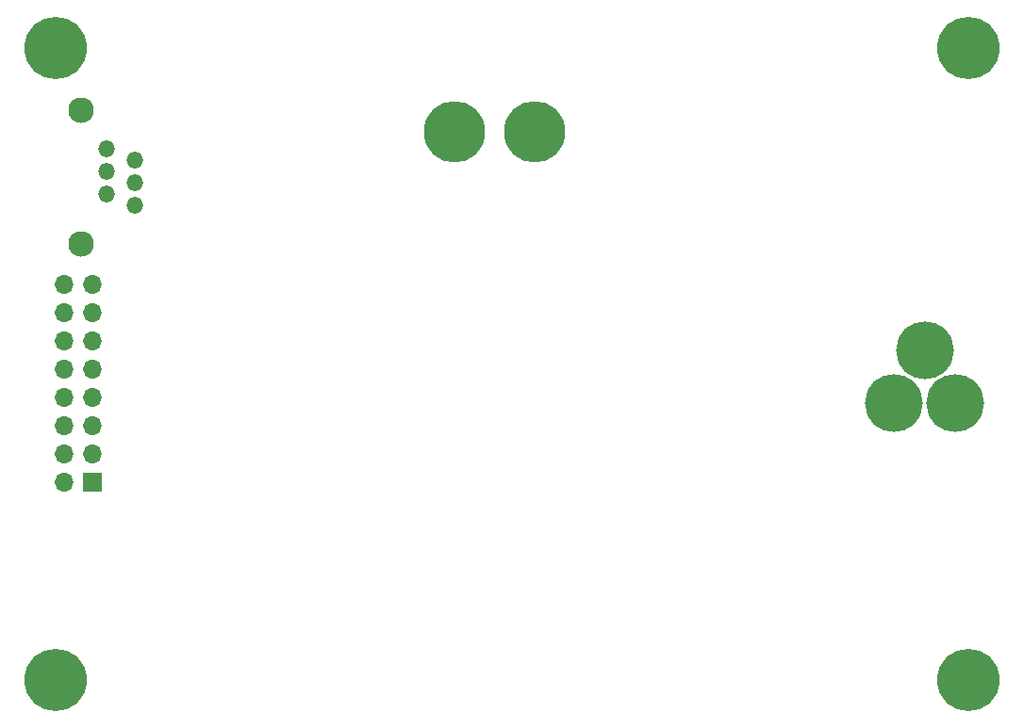
<source format=gbs>
%TF.GenerationSoftware,KiCad,Pcbnew,8.0.1*%
%TF.CreationDate,2024-09-08T16:38:15+01:00*%
%TF.ProjectId,BaselineRP2040MotorController,42617365-6c69-46e6-9552-50323034304d,rev?*%
%TF.SameCoordinates,Original*%
%TF.FileFunction,Soldermask,Bot*%
%TF.FilePolarity,Negative*%
%FSLAX46Y46*%
G04 Gerber Fmt 4.6, Leading zero omitted, Abs format (unit mm)*
G04 Created by KiCad (PCBNEW 8.0.1) date 2024-09-08 16:38:15*
%MOMM*%
%LPD*%
G01*
G04 APERTURE LIST*
%ADD10C,5.200000*%
%ADD11C,5.500000*%
%ADD12C,2.300000*%
%ADD13O,1.500000X1.500000*%
%ADD14C,3.600000*%
%ADD15C,5.600000*%
%ADD16R,1.700000X1.700000*%
%ADD17O,1.700000X1.700000*%
G04 APERTURE END LIST*
D10*
%TO.C,J3*%
X231948719Y-73978431D03*
X229198719Y-78741569D03*
X234696000Y-78740000D03*
%TD*%
D11*
%TO.C,J4*%
X189693999Y-54356000D03*
X196894001Y-54356000D03*
%TD*%
D12*
%TO.C,J2*%
X156195997Y-52417997D03*
X156195996Y-64417999D03*
D13*
X160995997Y-60967997D03*
X158495997Y-59947999D03*
X161035997Y-58928000D03*
X158495998Y-57907999D03*
X161035997Y-56887998D03*
X158495996Y-55867997D03*
%TD*%
D14*
%TO.C,H2*%
X235900000Y-103600000D03*
D15*
X235900000Y-103600000D03*
%TD*%
D14*
%TO.C,H3*%
X153900000Y-46850000D03*
D15*
X153900000Y-46850000D03*
%TD*%
D16*
%TO.C,J5*%
X157225998Y-85851999D03*
D17*
X154685998Y-85851999D03*
X157225998Y-83311999D03*
X154686000Y-83312000D03*
X157225995Y-80772000D03*
X154685999Y-80772001D03*
X157225998Y-78231999D03*
X154685997Y-78232000D03*
X157225999Y-75691999D03*
X154685996Y-75691999D03*
X157225996Y-73152000D03*
X154685998Y-73151999D03*
X157225998Y-70611999D03*
X154685997Y-70611997D03*
X157225995Y-68071997D03*
X154685997Y-68072000D03*
%TD*%
D14*
%TO.C,H4*%
X235900000Y-46850000D03*
D15*
X235900000Y-46850000D03*
%TD*%
D14*
%TO.C,H1*%
X153900000Y-103600000D03*
D15*
X153900000Y-103600000D03*
%TD*%
M02*

</source>
